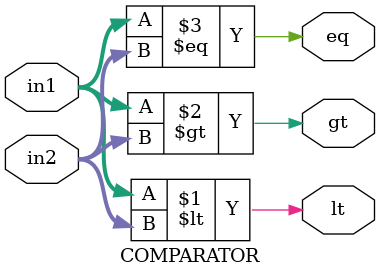
<source format=v>
module COMPARATOR(lt, gt, eq, in1, in2);
	input[15:0] in1, in2;
	output lt, gt, eq;
	
	assign lt = (in1 < in2);
	assign gt = (in1 > in2);
	assign eq = (in1 == in2);
endmodule

</source>
